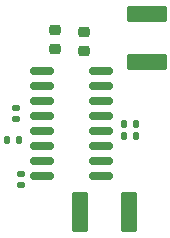
<source format=gbr>
%TF.GenerationSoftware,KiCad,Pcbnew,8.0.3*%
%TF.CreationDate,2024-11-14T20:06:39-08:00*%
%TF.ProjectId,SpeakerR,53706561-6b65-4725-922e-6b696361645f,rev?*%
%TF.SameCoordinates,Original*%
%TF.FileFunction,Paste,Top*%
%TF.FilePolarity,Positive*%
%FSLAX46Y46*%
G04 Gerber Fmt 4.6, Leading zero omitted, Abs format (unit mm)*
G04 Created by KiCad (PCBNEW 8.0.3) date 2024-11-14 20:06:39*
%MOMM*%
%LPD*%
G01*
G04 APERTURE LIST*
G04 Aperture macros list*
%AMRoundRect*
0 Rectangle with rounded corners*
0 $1 Rounding radius*
0 $2 $3 $4 $5 $6 $7 $8 $9 X,Y pos of 4 corners*
0 Add a 4 corners polygon primitive as box body*
4,1,4,$2,$3,$4,$5,$6,$7,$8,$9,$2,$3,0*
0 Add four circle primitives for the rounded corners*
1,1,$1+$1,$2,$3*
1,1,$1+$1,$4,$5*
1,1,$1+$1,$6,$7*
1,1,$1+$1,$8,$9*
0 Add four rect primitives between the rounded corners*
20,1,$1+$1,$2,$3,$4,$5,0*
20,1,$1+$1,$4,$5,$6,$7,0*
20,1,$1+$1,$6,$7,$8,$9,0*
20,1,$1+$1,$8,$9,$2,$3,0*%
G04 Aperture macros list end*
%ADD10RoundRect,0.135000X0.135000X0.185000X-0.135000X0.185000X-0.135000X-0.185000X0.135000X-0.185000X0*%
%ADD11RoundRect,0.140000X0.170000X-0.140000X0.170000X0.140000X-0.170000X0.140000X-0.170000X-0.140000X0*%
%ADD12RoundRect,0.140000X-0.140000X-0.170000X0.140000X-0.170000X0.140000X0.170000X-0.140000X0.170000X0*%
%ADD13RoundRect,0.140000X-0.170000X0.140000X-0.170000X-0.140000X0.170000X-0.140000X0.170000X0.140000X0*%
%ADD14RoundRect,0.249999X0.450001X1.450001X-0.450001X1.450001X-0.450001X-1.450001X0.450001X-1.450001X0*%
%ADD15RoundRect,0.218750X0.256250X-0.218750X0.256250X0.218750X-0.256250X0.218750X-0.256250X-0.218750X0*%
%ADD16RoundRect,0.249999X1.450001X-0.450001X1.450001X0.450001X-1.450001X0.450001X-1.450001X-0.450001X0*%
%ADD17RoundRect,0.218750X-0.256250X0.218750X-0.256250X-0.218750X0.256250X-0.218750X0.256250X0.218750X0*%
%ADD18RoundRect,0.150000X-0.850000X-0.150000X0.850000X-0.150000X0.850000X0.150000X-0.850000X0.150000X0*%
G04 APERTURE END LIST*
D10*
%TO.C,R1*%
X123065000Y-103124000D03*
X122045000Y-103124000D03*
%TD*%
D11*
%TO.C,C6*%
X113284000Y-107287000D03*
X113284000Y-106327000D03*
%TD*%
D12*
%TO.C,C5*%
X122075000Y-102108000D03*
X123035000Y-102108000D03*
%TD*%
%TO.C,C3*%
X112169000Y-103505000D03*
X113129000Y-103505000D03*
%TD*%
D13*
%TO.C,C2*%
X112903000Y-100739000D03*
X112903000Y-101699000D03*
%TD*%
D14*
%TO.C,C1*%
X122446000Y-109601000D03*
X118346000Y-109601000D03*
%TD*%
D15*
%TO.C,FB1*%
X116205000Y-95783500D03*
X116205000Y-94208500D03*
%TD*%
D16*
%TO.C,C4*%
X123952000Y-96919000D03*
X123952000Y-92819000D03*
%TD*%
D17*
%TO.C,FB2*%
X118618000Y-94335500D03*
X118618000Y-95910500D03*
%TD*%
D18*
%TO.C,U1*%
X115121500Y-97626000D03*
X115121500Y-98896000D03*
X115121500Y-100166000D03*
X115121500Y-101436000D03*
X115121500Y-102706000D03*
X115121500Y-103976000D03*
X115121500Y-105246000D03*
X115121500Y-106516000D03*
X120121500Y-106516000D03*
X120121500Y-105246000D03*
X120121500Y-103976000D03*
X120121500Y-102706000D03*
X120121500Y-101436000D03*
X120121500Y-100166000D03*
X120121500Y-98896000D03*
X120121500Y-97626000D03*
%TD*%
M02*

</source>
